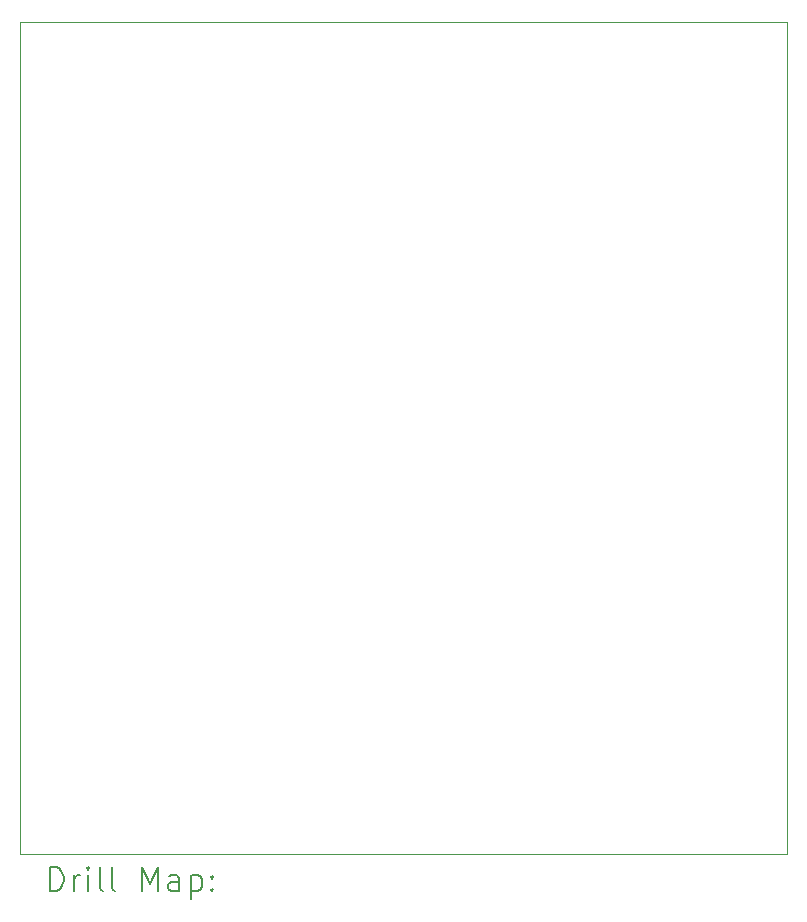
<source format=gbr>
%TF.GenerationSoftware,KiCad,Pcbnew,8.0.1*%
%TF.CreationDate,2024-07-26T15:20:45+05:00*%
%TF.ProjectId,Life_pedal,4c696665-5f70-4656-9461-6c2e6b696361,rev?*%
%TF.SameCoordinates,Original*%
%TF.FileFunction,Drillmap*%
%TF.FilePolarity,Positive*%
%FSLAX45Y45*%
G04 Gerber Fmt 4.5, Leading zero omitted, Abs format (unit mm)*
G04 Created by KiCad (PCBNEW 8.0.1) date 2024-07-26 15:20:45*
%MOMM*%
%LPD*%
G01*
G04 APERTURE LIST*
%ADD10C,0.050000*%
%ADD11C,0.200000*%
G04 APERTURE END LIST*
D10*
X11580000Y-3440000D02*
X18080000Y-3440000D01*
X18080000Y-10480000D01*
X11580000Y-10480000D01*
X11580000Y-3440000D01*
D11*
X11838277Y-10793984D02*
X11838277Y-10593984D01*
X11838277Y-10593984D02*
X11885896Y-10593984D01*
X11885896Y-10593984D02*
X11914467Y-10603508D01*
X11914467Y-10603508D02*
X11933515Y-10622555D01*
X11933515Y-10622555D02*
X11943039Y-10641603D01*
X11943039Y-10641603D02*
X11952562Y-10679698D01*
X11952562Y-10679698D02*
X11952562Y-10708270D01*
X11952562Y-10708270D02*
X11943039Y-10746365D01*
X11943039Y-10746365D02*
X11933515Y-10765412D01*
X11933515Y-10765412D02*
X11914467Y-10784460D01*
X11914467Y-10784460D02*
X11885896Y-10793984D01*
X11885896Y-10793984D02*
X11838277Y-10793984D01*
X12038277Y-10793984D02*
X12038277Y-10660650D01*
X12038277Y-10698746D02*
X12047801Y-10679698D01*
X12047801Y-10679698D02*
X12057324Y-10670174D01*
X12057324Y-10670174D02*
X12076372Y-10660650D01*
X12076372Y-10660650D02*
X12095420Y-10660650D01*
X12162086Y-10793984D02*
X12162086Y-10660650D01*
X12162086Y-10593984D02*
X12152562Y-10603508D01*
X12152562Y-10603508D02*
X12162086Y-10613031D01*
X12162086Y-10613031D02*
X12171610Y-10603508D01*
X12171610Y-10603508D02*
X12162086Y-10593984D01*
X12162086Y-10593984D02*
X12162086Y-10613031D01*
X12285896Y-10793984D02*
X12266848Y-10784460D01*
X12266848Y-10784460D02*
X12257324Y-10765412D01*
X12257324Y-10765412D02*
X12257324Y-10593984D01*
X12390658Y-10793984D02*
X12371610Y-10784460D01*
X12371610Y-10784460D02*
X12362086Y-10765412D01*
X12362086Y-10765412D02*
X12362086Y-10593984D01*
X12619229Y-10793984D02*
X12619229Y-10593984D01*
X12619229Y-10593984D02*
X12685896Y-10736841D01*
X12685896Y-10736841D02*
X12752562Y-10593984D01*
X12752562Y-10593984D02*
X12752562Y-10793984D01*
X12933515Y-10793984D02*
X12933515Y-10689222D01*
X12933515Y-10689222D02*
X12923991Y-10670174D01*
X12923991Y-10670174D02*
X12904943Y-10660650D01*
X12904943Y-10660650D02*
X12866848Y-10660650D01*
X12866848Y-10660650D02*
X12847801Y-10670174D01*
X12933515Y-10784460D02*
X12914467Y-10793984D01*
X12914467Y-10793984D02*
X12866848Y-10793984D01*
X12866848Y-10793984D02*
X12847801Y-10784460D01*
X12847801Y-10784460D02*
X12838277Y-10765412D01*
X12838277Y-10765412D02*
X12838277Y-10746365D01*
X12838277Y-10746365D02*
X12847801Y-10727317D01*
X12847801Y-10727317D02*
X12866848Y-10717793D01*
X12866848Y-10717793D02*
X12914467Y-10717793D01*
X12914467Y-10717793D02*
X12933515Y-10708270D01*
X13028753Y-10660650D02*
X13028753Y-10860650D01*
X13028753Y-10670174D02*
X13047801Y-10660650D01*
X13047801Y-10660650D02*
X13085896Y-10660650D01*
X13085896Y-10660650D02*
X13104943Y-10670174D01*
X13104943Y-10670174D02*
X13114467Y-10679698D01*
X13114467Y-10679698D02*
X13123991Y-10698746D01*
X13123991Y-10698746D02*
X13123991Y-10755889D01*
X13123991Y-10755889D02*
X13114467Y-10774936D01*
X13114467Y-10774936D02*
X13104943Y-10784460D01*
X13104943Y-10784460D02*
X13085896Y-10793984D01*
X13085896Y-10793984D02*
X13047801Y-10793984D01*
X13047801Y-10793984D02*
X13028753Y-10784460D01*
X13209705Y-10774936D02*
X13219229Y-10784460D01*
X13219229Y-10784460D02*
X13209705Y-10793984D01*
X13209705Y-10793984D02*
X13200182Y-10784460D01*
X13200182Y-10784460D02*
X13209705Y-10774936D01*
X13209705Y-10774936D02*
X13209705Y-10793984D01*
X13209705Y-10670174D02*
X13219229Y-10679698D01*
X13219229Y-10679698D02*
X13209705Y-10689222D01*
X13209705Y-10689222D02*
X13200182Y-10679698D01*
X13200182Y-10679698D02*
X13209705Y-10670174D01*
X13209705Y-10670174D02*
X13209705Y-10689222D01*
M02*

</source>
